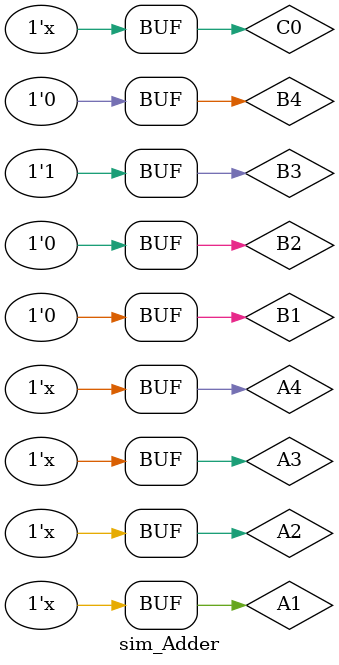
<source format=v>
`timescale 1ns / 1ps


module sim_Adder();
    //ÊäÈë
    reg A4;
    reg A3;
    reg A2;
    reg A1;
    reg B4;
    reg B3;
    reg B2;
    reg B1;
    reg C0;
    //Êä³ö
    wire F4;
    wire F3;
    wire F2;
    wire F1;
    initial begin
       {A4,A3,A2,A1} = 0;
       {B4,B3,B2,B1} = 0;
       C0 = 0;
       {B4,B3,B2,B1} = #160 1;
       {B4,B3,B2,B1} = #320 2;
       {B4,B3,B2,B1} = #480 3;
       {B4,B3,B2,B1} = #640 3;
       {B4,B3,B2,B1} = #800 4;
   end
    always #10 begin
        {A4,A3,A2,A1} <= {A4,A3,A2,A1}+1;
    end
    always #5 begin
        C0 = ~C0;
    end
    _74LS283_Adder test_74LS283(A4,A3,A2,A1,B4,B3,B2,B1,C0,F4,F3,F2,F1);
endmodule

</source>
